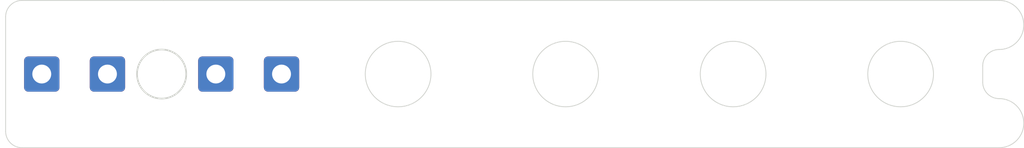
<source format=kicad_pcb>
(kicad_pcb (version 20241229) (generator "pcbnew") (generator_version "9.0")
  (layers (0 "F.Cu" signal) (2 "B.Cu" signal) (13 "F.Paste" user) (15 "B.Paste" user) (5 "F.SilkS" user "F.Silkscreen") (7 "B.SilkS" user "B.Silkscreen") (1 "F.Mask" user) (3 "B.Mask" user) (25 "Edge.Cuts" user))
  (net 0 "")
  (footprint "SolderWire-0.5sqmm_1x01_D0.9mm_OD2.1mm" (layer "F.Cu") (at 56.8 44.5 -90)
    (property "Reference" "P5a" (hide yes))
    (property "Value" "")
    (pad "1" thru_hole roundrect (at 0 0 270) (size 2.15 2.15) (drill 1.15) (layers "*.Cu" "*.Mask") (roundrect_rratio 0.116279))
  )
  (footprint "SolderWire-0.5sqmm_1x01_D0.9mm_OD2.1mm" (layer "F.Cu") (at 52.8 44.5 -90)
    (property "Reference" "P3a" (hide yes))
    (property "Value" "")
    (pad "1" thru_hole roundrect (at 0 0 270) (size 2.15 2.15) (drill 1.15) (layers "*.Cu" "*.Mask") (roundrect_rratio 0.116279))
  )
  (footprint "SolderWire-0.5sqmm_1x01_D0.9mm_OD2.1mm" (layer "F.Cu") (at 42.2 44.5 -90)
    (property "Reference" "P4a" (hide yes))
    (property "Value" "")
    (pad "1" thru_hole roundrect (at 0 0 270) (size 2.15 2.15) (drill 1.15) (layers "*.Cu" "*.Mask") (roundrect_rratio 0.116279))
  )
  (footprint "SolderWire-0.5sqmm_1x01_D0.9mm_OD2.1mm" (layer "F.Cu") (at 46.2 44.5 -90)
    (property "Reference" "P2a" (hide yes))
    (property "Value" "")
    (pad "1" thru_hole roundrect (at 0 0 270) (size 2.15 2.15) (drill 1.15) (layers "*.Cu" "*.Mask") (roundrect_rratio 0.116279))
  )
  (gr_line (start 100.5 49) (end 41 49) (stroke (width 0.05)) (layer "Edge.Cuts"))
  (gr_line (start 40 48) (end 40 41) (stroke (width 0.05)) (layer "Edge.Cuts"))
  (gr_circle (center 74.1 44.5) (end 72.1 44.5) (stroke (width 0.05)) (fill no) (layer "Edge.Cuts"))
  (gr_arc (start 100.5 46) (mid 99.792893 45.707107) (end 99.5 45) (stroke (width 0.05)) (layer "Edge.Cuts"))
  (gr_circle (center 63.9 44.5) (end 61.9 44.5) (stroke (width 0.05)) (fill no) (layer "Edge.Cuts"))
  (gr_circle (center 84.3 44.5) (end 82.3 44.5) (stroke (width 0.05)) (fill no) (layer "Edge.Cuts"))
  (gr_line (start 100.5 40) (end 49.6 40) (stroke (width 0.05)) (layer "Edge.Cuts"))
  (gr_line (start 99.5 45) (end 99.5 44) (stroke (width 0.05)) (layer "Edge.Cuts"))
  (gr_arc (start 100.5 46) (mid 102 47.5) (end 100.5 49) (stroke (width 0.05)) (layer "Edge.Cuts"))
  (gr_arc (start 40 41) (mid 40.292893 40.292893) (end 41 40) (stroke (width 0.05)) (layer "Edge.Cuts"))
  (gr_line (start 49.6 40) (end 41 40) (stroke (width 0.05)) (layer "Edge.Cuts"))
  (gr_arc (start 99.5 44) (mid 99.792893 43.292893) (end 100.5 43) (stroke (width 0.05)) (layer "Edge.Cuts"))
  (gr_circle (center 94.5 44.5) (end 92.5 44.5) (stroke (width 0.05)) (fill no) (layer "Edge.Cuts"))
  (gr_circle (center 49.5 44.5) (end 48 44.5) (stroke (width 0.1)) (fill no) (layer "Edge.Cuts"))
  (gr_arc (start 100.5 40) (mid 102 41.5) (end 100.5 43) (stroke (width 0.05)) (layer "Edge.Cuts"))
  (gr_arc (start 41 49) (mid 40.292893 48.707107) (end 40 48) (stroke (width 0.05)) (layer "Edge.Cuts"))
)
</source>
